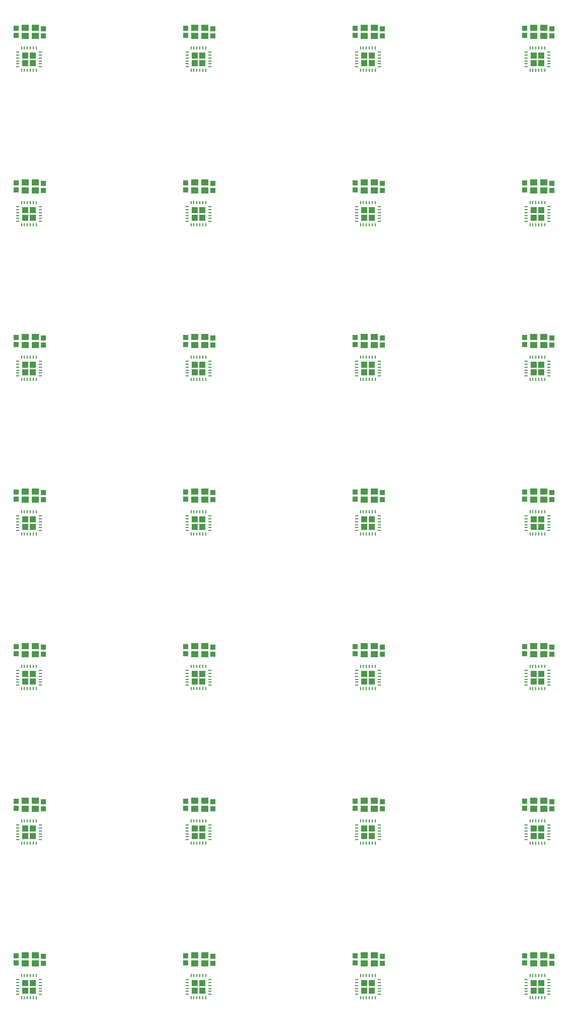
<source format=gtp>
G75*
%MOIN*%
%OFA0B0*%
%FSLAX25Y25*%
%IPPOS*%
%LPD*%
%AMOC8*
5,1,8,0,0,1.08239X$1,22.5*
%
%ADD10R,0.00984X0.02165*%
%ADD11R,0.02165X0.00984*%
%ADD12R,0.03937X0.03937*%
%ADD13R,0.04724X0.04331*%
%ADD14R,0.03543X0.03346*%
D10*
X0093421Y0078467D03*
X0095389Y0078467D03*
X0097358Y0078467D03*
X0099326Y0078467D03*
X0101295Y0078467D03*
X0103263Y0078467D03*
X0103263Y0093230D03*
X0101295Y0093230D03*
X0099326Y0093230D03*
X0097358Y0093230D03*
X0095389Y0093230D03*
X0093421Y0093230D03*
X0093421Y0180467D03*
X0095389Y0180467D03*
X0097358Y0180467D03*
X0099326Y0180467D03*
X0101295Y0180467D03*
X0103263Y0180467D03*
X0103263Y0195230D03*
X0101295Y0195230D03*
X0099326Y0195230D03*
X0097358Y0195230D03*
X0095389Y0195230D03*
X0093421Y0195230D03*
X0093421Y0282467D03*
X0095389Y0282467D03*
X0097358Y0282467D03*
X0099326Y0282467D03*
X0101295Y0282467D03*
X0103263Y0282467D03*
X0103263Y0297230D03*
X0101295Y0297230D03*
X0099326Y0297230D03*
X0097358Y0297230D03*
X0095389Y0297230D03*
X0093421Y0297230D03*
X0093421Y0384467D03*
X0095389Y0384467D03*
X0097358Y0384467D03*
X0099326Y0384467D03*
X0101295Y0384467D03*
X0103263Y0384467D03*
X0103263Y0399230D03*
X0101295Y0399230D03*
X0099326Y0399230D03*
X0097358Y0399230D03*
X0095389Y0399230D03*
X0093421Y0399230D03*
X0093421Y0486467D03*
X0095389Y0486467D03*
X0097358Y0486467D03*
X0099326Y0486467D03*
X0101295Y0486467D03*
X0103263Y0486467D03*
X0103263Y0501230D03*
X0101295Y0501230D03*
X0099326Y0501230D03*
X0097358Y0501230D03*
X0095389Y0501230D03*
X0093421Y0501230D03*
X0093421Y0588467D03*
X0095389Y0588467D03*
X0097358Y0588467D03*
X0099326Y0588467D03*
X0101295Y0588467D03*
X0103263Y0588467D03*
X0103263Y0603230D03*
X0101295Y0603230D03*
X0099326Y0603230D03*
X0097358Y0603230D03*
X0095389Y0603230D03*
X0093421Y0603230D03*
X0093421Y0690467D03*
X0095389Y0690467D03*
X0097358Y0690467D03*
X0099326Y0690467D03*
X0101295Y0690467D03*
X0103263Y0690467D03*
X0103263Y0705230D03*
X0101295Y0705230D03*
X0099326Y0705230D03*
X0097358Y0705230D03*
X0095389Y0705230D03*
X0093421Y0705230D03*
X0205421Y0705230D03*
X0207389Y0705230D03*
X0209358Y0705230D03*
X0211326Y0705230D03*
X0213295Y0705230D03*
X0215263Y0705230D03*
X0215263Y0690467D03*
X0213295Y0690467D03*
X0211326Y0690467D03*
X0209358Y0690467D03*
X0207389Y0690467D03*
X0205421Y0690467D03*
X0205421Y0603230D03*
X0207389Y0603230D03*
X0209358Y0603230D03*
X0211326Y0603230D03*
X0213295Y0603230D03*
X0215263Y0603230D03*
X0215263Y0588467D03*
X0213295Y0588467D03*
X0211326Y0588467D03*
X0209358Y0588467D03*
X0207389Y0588467D03*
X0205421Y0588467D03*
X0205421Y0501230D03*
X0207389Y0501230D03*
X0209358Y0501230D03*
X0211326Y0501230D03*
X0213295Y0501230D03*
X0215263Y0501230D03*
X0215263Y0486467D03*
X0213295Y0486467D03*
X0211326Y0486467D03*
X0209358Y0486467D03*
X0207389Y0486467D03*
X0205421Y0486467D03*
X0205421Y0399230D03*
X0207389Y0399230D03*
X0209358Y0399230D03*
X0211326Y0399230D03*
X0213295Y0399230D03*
X0215263Y0399230D03*
X0215263Y0384467D03*
X0213295Y0384467D03*
X0211326Y0384467D03*
X0209358Y0384467D03*
X0207389Y0384467D03*
X0205421Y0384467D03*
X0205421Y0297230D03*
X0207389Y0297230D03*
X0209358Y0297230D03*
X0211326Y0297230D03*
X0213295Y0297230D03*
X0215263Y0297230D03*
X0215263Y0282467D03*
X0213295Y0282467D03*
X0211326Y0282467D03*
X0209358Y0282467D03*
X0207389Y0282467D03*
X0205421Y0282467D03*
X0205421Y0195230D03*
X0207389Y0195230D03*
X0209358Y0195230D03*
X0211326Y0195230D03*
X0213295Y0195230D03*
X0215263Y0195230D03*
X0215263Y0180467D03*
X0213295Y0180467D03*
X0211326Y0180467D03*
X0209358Y0180467D03*
X0207389Y0180467D03*
X0205421Y0180467D03*
X0205421Y0093230D03*
X0207389Y0093230D03*
X0209358Y0093230D03*
X0211326Y0093230D03*
X0213295Y0093230D03*
X0215263Y0093230D03*
X0215263Y0078467D03*
X0213295Y0078467D03*
X0211326Y0078467D03*
X0209358Y0078467D03*
X0207389Y0078467D03*
X0205421Y0078467D03*
X0317421Y0078467D03*
X0319389Y0078467D03*
X0321358Y0078467D03*
X0323326Y0078467D03*
X0325295Y0078467D03*
X0327263Y0078467D03*
X0327263Y0093230D03*
X0325295Y0093230D03*
X0323326Y0093230D03*
X0321358Y0093230D03*
X0319389Y0093230D03*
X0317421Y0093230D03*
X0317421Y0180467D03*
X0319389Y0180467D03*
X0321358Y0180467D03*
X0323326Y0180467D03*
X0325295Y0180467D03*
X0327263Y0180467D03*
X0327263Y0195230D03*
X0325295Y0195230D03*
X0323326Y0195230D03*
X0321358Y0195230D03*
X0319389Y0195230D03*
X0317421Y0195230D03*
X0317421Y0282467D03*
X0319389Y0282467D03*
X0321358Y0282467D03*
X0323326Y0282467D03*
X0325295Y0282467D03*
X0327263Y0282467D03*
X0327263Y0297230D03*
X0325295Y0297230D03*
X0323326Y0297230D03*
X0321358Y0297230D03*
X0319389Y0297230D03*
X0317421Y0297230D03*
X0317421Y0384467D03*
X0319389Y0384467D03*
X0321358Y0384467D03*
X0323326Y0384467D03*
X0325295Y0384467D03*
X0327263Y0384467D03*
X0327263Y0399230D03*
X0325295Y0399230D03*
X0323326Y0399230D03*
X0321358Y0399230D03*
X0319389Y0399230D03*
X0317421Y0399230D03*
X0317421Y0486467D03*
X0319389Y0486467D03*
X0321358Y0486467D03*
X0323326Y0486467D03*
X0325295Y0486467D03*
X0327263Y0486467D03*
X0327263Y0501230D03*
X0325295Y0501230D03*
X0323326Y0501230D03*
X0321358Y0501230D03*
X0319389Y0501230D03*
X0317421Y0501230D03*
X0317421Y0588467D03*
X0319389Y0588467D03*
X0321358Y0588467D03*
X0323326Y0588467D03*
X0325295Y0588467D03*
X0327263Y0588467D03*
X0327263Y0603230D03*
X0325295Y0603230D03*
X0323326Y0603230D03*
X0321358Y0603230D03*
X0319389Y0603230D03*
X0317421Y0603230D03*
X0317421Y0690467D03*
X0319389Y0690467D03*
X0321358Y0690467D03*
X0323326Y0690467D03*
X0325295Y0690467D03*
X0327263Y0690467D03*
X0327263Y0705230D03*
X0325295Y0705230D03*
X0323326Y0705230D03*
X0321358Y0705230D03*
X0319389Y0705230D03*
X0317421Y0705230D03*
X0429421Y0705230D03*
X0431389Y0705230D03*
X0433358Y0705230D03*
X0435326Y0705230D03*
X0437295Y0705230D03*
X0439263Y0705230D03*
X0439263Y0690467D03*
X0437295Y0690467D03*
X0435326Y0690467D03*
X0433358Y0690467D03*
X0431389Y0690467D03*
X0429421Y0690467D03*
X0429421Y0603230D03*
X0431389Y0603230D03*
X0433358Y0603230D03*
X0435326Y0603230D03*
X0437295Y0603230D03*
X0439263Y0603230D03*
X0439263Y0588467D03*
X0437295Y0588467D03*
X0435326Y0588467D03*
X0433358Y0588467D03*
X0431389Y0588467D03*
X0429421Y0588467D03*
X0429421Y0501230D03*
X0431389Y0501230D03*
X0433358Y0501230D03*
X0435326Y0501230D03*
X0437295Y0501230D03*
X0439263Y0501230D03*
X0439263Y0486467D03*
X0437295Y0486467D03*
X0435326Y0486467D03*
X0433358Y0486467D03*
X0431389Y0486467D03*
X0429421Y0486467D03*
X0429421Y0399230D03*
X0431389Y0399230D03*
X0433358Y0399230D03*
X0435326Y0399230D03*
X0437295Y0399230D03*
X0439263Y0399230D03*
X0439263Y0384467D03*
X0437295Y0384467D03*
X0435326Y0384467D03*
X0433358Y0384467D03*
X0431389Y0384467D03*
X0429421Y0384467D03*
X0429421Y0297230D03*
X0431389Y0297230D03*
X0433358Y0297230D03*
X0435326Y0297230D03*
X0437295Y0297230D03*
X0439263Y0297230D03*
X0439263Y0282467D03*
X0437295Y0282467D03*
X0435326Y0282467D03*
X0433358Y0282467D03*
X0431389Y0282467D03*
X0429421Y0282467D03*
X0429421Y0195230D03*
X0431389Y0195230D03*
X0433358Y0195230D03*
X0435326Y0195230D03*
X0437295Y0195230D03*
X0439263Y0195230D03*
X0439263Y0180467D03*
X0437295Y0180467D03*
X0435326Y0180467D03*
X0433358Y0180467D03*
X0431389Y0180467D03*
X0429421Y0180467D03*
X0429421Y0093230D03*
X0431389Y0093230D03*
X0433358Y0093230D03*
X0435326Y0093230D03*
X0437295Y0093230D03*
X0439263Y0093230D03*
X0439263Y0078467D03*
X0437295Y0078467D03*
X0435326Y0078467D03*
X0433358Y0078467D03*
X0431389Y0078467D03*
X0429421Y0078467D03*
D11*
X0091058Y0080829D03*
X0091058Y0082797D03*
X0091058Y0084766D03*
X0091058Y0086734D03*
X0091058Y0088703D03*
X0091058Y0090671D03*
X0105822Y0090671D03*
X0105822Y0088703D03*
X0105822Y0086734D03*
X0105822Y0084766D03*
X0105822Y0082797D03*
X0105822Y0080829D03*
X0105822Y0182829D03*
X0105822Y0184797D03*
X0105822Y0186766D03*
X0105822Y0188734D03*
X0105822Y0190703D03*
X0105822Y0192671D03*
X0091058Y0192671D03*
X0091058Y0190703D03*
X0091058Y0188734D03*
X0091058Y0186766D03*
X0091058Y0184797D03*
X0091058Y0182829D03*
X0091058Y0284829D03*
X0091058Y0286797D03*
X0091058Y0288766D03*
X0091058Y0290734D03*
X0091058Y0292703D03*
X0091058Y0294671D03*
X0105822Y0294671D03*
X0105822Y0292703D03*
X0105822Y0290734D03*
X0105822Y0288766D03*
X0105822Y0286797D03*
X0105822Y0284829D03*
X0105822Y0386829D03*
X0105822Y0388797D03*
X0105822Y0390766D03*
X0105822Y0392734D03*
X0105822Y0394703D03*
X0105822Y0396671D03*
X0091058Y0396671D03*
X0091058Y0394703D03*
X0091058Y0392734D03*
X0091058Y0390766D03*
X0091058Y0388797D03*
X0091058Y0386829D03*
X0091058Y0488829D03*
X0091058Y0490797D03*
X0091058Y0492766D03*
X0091058Y0494734D03*
X0091058Y0496703D03*
X0091058Y0498671D03*
X0105822Y0498671D03*
X0105822Y0496703D03*
X0105822Y0494734D03*
X0105822Y0492766D03*
X0105822Y0490797D03*
X0105822Y0488829D03*
X0105822Y0590829D03*
X0105822Y0592797D03*
X0105822Y0594766D03*
X0105822Y0596734D03*
X0105822Y0598703D03*
X0105822Y0600671D03*
X0091058Y0600671D03*
X0091058Y0598703D03*
X0091058Y0596734D03*
X0091058Y0594766D03*
X0091058Y0592797D03*
X0091058Y0590829D03*
X0091058Y0692829D03*
X0091058Y0694797D03*
X0091058Y0696766D03*
X0091058Y0698734D03*
X0091058Y0700703D03*
X0091058Y0702671D03*
X0105822Y0702671D03*
X0105822Y0700703D03*
X0105822Y0698734D03*
X0105822Y0696766D03*
X0105822Y0694797D03*
X0105822Y0692829D03*
X0203058Y0692829D03*
X0203058Y0694797D03*
X0203058Y0696766D03*
X0203058Y0698734D03*
X0203058Y0700703D03*
X0203058Y0702671D03*
X0217822Y0702671D03*
X0217822Y0700703D03*
X0217822Y0698734D03*
X0217822Y0696766D03*
X0217822Y0694797D03*
X0217822Y0692829D03*
X0217822Y0600671D03*
X0217822Y0598703D03*
X0217822Y0596734D03*
X0217822Y0594766D03*
X0217822Y0592797D03*
X0217822Y0590829D03*
X0203058Y0590829D03*
X0203058Y0592797D03*
X0203058Y0594766D03*
X0203058Y0596734D03*
X0203058Y0598703D03*
X0203058Y0600671D03*
X0203058Y0498671D03*
X0203058Y0496703D03*
X0203058Y0494734D03*
X0203058Y0492766D03*
X0203058Y0490797D03*
X0203058Y0488829D03*
X0217822Y0488829D03*
X0217822Y0490797D03*
X0217822Y0492766D03*
X0217822Y0494734D03*
X0217822Y0496703D03*
X0217822Y0498671D03*
X0217822Y0396671D03*
X0217822Y0394703D03*
X0217822Y0392734D03*
X0217822Y0390766D03*
X0217822Y0388797D03*
X0217822Y0386829D03*
X0203058Y0386829D03*
X0203058Y0388797D03*
X0203058Y0390766D03*
X0203058Y0392734D03*
X0203058Y0394703D03*
X0203058Y0396671D03*
X0203058Y0294671D03*
X0203058Y0292703D03*
X0203058Y0290734D03*
X0203058Y0288766D03*
X0203058Y0286797D03*
X0203058Y0284829D03*
X0217822Y0284829D03*
X0217822Y0286797D03*
X0217822Y0288766D03*
X0217822Y0290734D03*
X0217822Y0292703D03*
X0217822Y0294671D03*
X0217822Y0192671D03*
X0217822Y0190703D03*
X0217822Y0188734D03*
X0217822Y0186766D03*
X0217822Y0184797D03*
X0217822Y0182829D03*
X0203058Y0182829D03*
X0203058Y0184797D03*
X0203058Y0186766D03*
X0203058Y0188734D03*
X0203058Y0190703D03*
X0203058Y0192671D03*
X0203058Y0090671D03*
X0203058Y0088703D03*
X0203058Y0086734D03*
X0203058Y0084766D03*
X0203058Y0082797D03*
X0203058Y0080829D03*
X0217822Y0080829D03*
X0217822Y0082797D03*
X0217822Y0084766D03*
X0217822Y0086734D03*
X0217822Y0088703D03*
X0217822Y0090671D03*
X0315058Y0090671D03*
X0315058Y0088703D03*
X0315058Y0086734D03*
X0315058Y0084766D03*
X0315058Y0082797D03*
X0315058Y0080829D03*
X0329822Y0080829D03*
X0329822Y0082797D03*
X0329822Y0084766D03*
X0329822Y0086734D03*
X0329822Y0088703D03*
X0329822Y0090671D03*
X0329822Y0182829D03*
X0329822Y0184797D03*
X0329822Y0186766D03*
X0329822Y0188734D03*
X0329822Y0190703D03*
X0329822Y0192671D03*
X0315058Y0192671D03*
X0315058Y0190703D03*
X0315058Y0188734D03*
X0315058Y0186766D03*
X0315058Y0184797D03*
X0315058Y0182829D03*
X0315058Y0284829D03*
X0315058Y0286797D03*
X0315058Y0288766D03*
X0315058Y0290734D03*
X0315058Y0292703D03*
X0315058Y0294671D03*
X0329822Y0294671D03*
X0329822Y0292703D03*
X0329822Y0290734D03*
X0329822Y0288766D03*
X0329822Y0286797D03*
X0329822Y0284829D03*
X0329822Y0386829D03*
X0329822Y0388797D03*
X0329822Y0390766D03*
X0329822Y0392734D03*
X0329822Y0394703D03*
X0329822Y0396671D03*
X0315058Y0396671D03*
X0315058Y0394703D03*
X0315058Y0392734D03*
X0315058Y0390766D03*
X0315058Y0388797D03*
X0315058Y0386829D03*
X0315058Y0488829D03*
X0315058Y0490797D03*
X0315058Y0492766D03*
X0315058Y0494734D03*
X0315058Y0496703D03*
X0315058Y0498671D03*
X0329822Y0498671D03*
X0329822Y0496703D03*
X0329822Y0494734D03*
X0329822Y0492766D03*
X0329822Y0490797D03*
X0329822Y0488829D03*
X0329822Y0590829D03*
X0329822Y0592797D03*
X0329822Y0594766D03*
X0329822Y0596734D03*
X0329822Y0598703D03*
X0329822Y0600671D03*
X0315058Y0600671D03*
X0315058Y0598703D03*
X0315058Y0596734D03*
X0315058Y0594766D03*
X0315058Y0592797D03*
X0315058Y0590829D03*
X0315058Y0692829D03*
X0315058Y0694797D03*
X0315058Y0696766D03*
X0315058Y0698734D03*
X0315058Y0700703D03*
X0315058Y0702671D03*
X0329822Y0702671D03*
X0329822Y0700703D03*
X0329822Y0698734D03*
X0329822Y0696766D03*
X0329822Y0694797D03*
X0329822Y0692829D03*
X0427058Y0692829D03*
X0427058Y0694797D03*
X0427058Y0696766D03*
X0427058Y0698734D03*
X0427058Y0700703D03*
X0427058Y0702671D03*
X0441822Y0702671D03*
X0441822Y0700703D03*
X0441822Y0698734D03*
X0441822Y0696766D03*
X0441822Y0694797D03*
X0441822Y0692829D03*
X0441822Y0600671D03*
X0441822Y0598703D03*
X0441822Y0596734D03*
X0441822Y0594766D03*
X0441822Y0592797D03*
X0441822Y0590829D03*
X0427058Y0590829D03*
X0427058Y0592797D03*
X0427058Y0594766D03*
X0427058Y0596734D03*
X0427058Y0598703D03*
X0427058Y0600671D03*
X0427058Y0498671D03*
X0427058Y0496703D03*
X0427058Y0494734D03*
X0427058Y0492766D03*
X0427058Y0490797D03*
X0427058Y0488829D03*
X0441822Y0488829D03*
X0441822Y0490797D03*
X0441822Y0492766D03*
X0441822Y0494734D03*
X0441822Y0496703D03*
X0441822Y0498671D03*
X0441822Y0396671D03*
X0441822Y0394703D03*
X0441822Y0392734D03*
X0441822Y0390766D03*
X0441822Y0388797D03*
X0441822Y0386829D03*
X0427058Y0386829D03*
X0427058Y0388797D03*
X0427058Y0390766D03*
X0427058Y0392734D03*
X0427058Y0394703D03*
X0427058Y0396671D03*
X0427058Y0294671D03*
X0427058Y0292703D03*
X0427058Y0290734D03*
X0427058Y0288766D03*
X0427058Y0286797D03*
X0427058Y0284829D03*
X0441822Y0284829D03*
X0441822Y0286797D03*
X0441822Y0288766D03*
X0441822Y0290734D03*
X0441822Y0292703D03*
X0441822Y0294671D03*
X0441822Y0192671D03*
X0441822Y0190703D03*
X0441822Y0188734D03*
X0441822Y0186766D03*
X0441822Y0184797D03*
X0441822Y0182829D03*
X0427058Y0182829D03*
X0427058Y0184797D03*
X0427058Y0186766D03*
X0427058Y0188734D03*
X0427058Y0190703D03*
X0427058Y0192671D03*
X0427058Y0090671D03*
X0427058Y0088703D03*
X0427058Y0086734D03*
X0427058Y0084766D03*
X0427058Y0082797D03*
X0427058Y0080829D03*
X0441822Y0080829D03*
X0441822Y0082797D03*
X0441822Y0084766D03*
X0441822Y0086734D03*
X0441822Y0088703D03*
X0441822Y0090671D03*
D12*
X0436901Y0088309D03*
X0436901Y0083191D03*
X0431783Y0083191D03*
X0431783Y0088309D03*
X0431783Y0185191D03*
X0436901Y0185191D03*
X0436901Y0190309D03*
X0431783Y0190309D03*
X0431783Y0287191D03*
X0436901Y0287191D03*
X0436901Y0292309D03*
X0431783Y0292309D03*
X0431783Y0389191D03*
X0436901Y0389191D03*
X0436901Y0394309D03*
X0431783Y0394309D03*
X0431783Y0491191D03*
X0436901Y0491191D03*
X0436901Y0496309D03*
X0431783Y0496309D03*
X0431783Y0593191D03*
X0436901Y0593191D03*
X0436901Y0598309D03*
X0431783Y0598309D03*
X0431783Y0695191D03*
X0436901Y0695191D03*
X0436901Y0700309D03*
X0431783Y0700309D03*
X0324901Y0700309D03*
X0324901Y0695191D03*
X0319783Y0695191D03*
X0319783Y0700309D03*
X0319783Y0598309D03*
X0324901Y0598309D03*
X0324901Y0593191D03*
X0319783Y0593191D03*
X0319783Y0496309D03*
X0324901Y0496309D03*
X0324901Y0491191D03*
X0319783Y0491191D03*
X0319783Y0394309D03*
X0324901Y0394309D03*
X0324901Y0389191D03*
X0319783Y0389191D03*
X0319783Y0292309D03*
X0324901Y0292309D03*
X0324901Y0287191D03*
X0319783Y0287191D03*
X0319783Y0190309D03*
X0324901Y0190309D03*
X0324901Y0185191D03*
X0319783Y0185191D03*
X0319783Y0088309D03*
X0324901Y0088309D03*
X0324901Y0083191D03*
X0319783Y0083191D03*
X0212901Y0083191D03*
X0212901Y0088309D03*
X0207783Y0088309D03*
X0207783Y0083191D03*
X0207783Y0185191D03*
X0212901Y0185191D03*
X0212901Y0190309D03*
X0207783Y0190309D03*
X0207783Y0287191D03*
X0212901Y0287191D03*
X0212901Y0292309D03*
X0207783Y0292309D03*
X0207783Y0389191D03*
X0212901Y0389191D03*
X0212901Y0394309D03*
X0207783Y0394309D03*
X0207783Y0491191D03*
X0212901Y0491191D03*
X0212901Y0496309D03*
X0207783Y0496309D03*
X0207783Y0593191D03*
X0212901Y0593191D03*
X0212901Y0598309D03*
X0207783Y0598309D03*
X0207783Y0695191D03*
X0212901Y0695191D03*
X0212901Y0700309D03*
X0207783Y0700309D03*
X0100901Y0700309D03*
X0100901Y0695191D03*
X0095783Y0695191D03*
X0095783Y0700309D03*
X0095783Y0598309D03*
X0100901Y0598309D03*
X0100901Y0593191D03*
X0095783Y0593191D03*
X0095783Y0496309D03*
X0100901Y0496309D03*
X0100901Y0491191D03*
X0095783Y0491191D03*
X0095783Y0394309D03*
X0100901Y0394309D03*
X0100901Y0389191D03*
X0095783Y0389191D03*
X0095783Y0292309D03*
X0100901Y0292309D03*
X0100901Y0287191D03*
X0095783Y0287191D03*
X0095783Y0190309D03*
X0100901Y0190309D03*
X0100901Y0185191D03*
X0095783Y0185191D03*
X0095783Y0088309D03*
X0100901Y0088309D03*
X0100901Y0083191D03*
X0095783Y0083191D03*
D13*
X0095980Y0101255D03*
X0095980Y0106767D03*
X0102673Y0106767D03*
X0102673Y0101255D03*
X0102673Y0203255D03*
X0102673Y0208767D03*
X0095980Y0208767D03*
X0095980Y0203255D03*
X0095980Y0305255D03*
X0095980Y0310767D03*
X0102673Y0310767D03*
X0102673Y0305255D03*
X0102673Y0407255D03*
X0102673Y0412767D03*
X0095980Y0412767D03*
X0095980Y0407255D03*
X0095980Y0509255D03*
X0095980Y0514767D03*
X0102673Y0514767D03*
X0102673Y0509255D03*
X0102673Y0611255D03*
X0102673Y0616767D03*
X0095980Y0616767D03*
X0095980Y0611255D03*
X0095980Y0713255D03*
X0095980Y0718767D03*
X0102673Y0718767D03*
X0102673Y0713255D03*
X0207980Y0713255D03*
X0207980Y0718767D03*
X0214673Y0718767D03*
X0214673Y0713255D03*
X0214673Y0616767D03*
X0214673Y0611255D03*
X0207980Y0611255D03*
X0207980Y0616767D03*
X0207980Y0514767D03*
X0207980Y0509255D03*
X0214673Y0509255D03*
X0214673Y0514767D03*
X0214673Y0412767D03*
X0214673Y0407255D03*
X0207980Y0407255D03*
X0207980Y0412767D03*
X0207980Y0310767D03*
X0207980Y0305255D03*
X0214673Y0305255D03*
X0214673Y0310767D03*
X0214673Y0208767D03*
X0214673Y0203255D03*
X0207980Y0203255D03*
X0207980Y0208767D03*
X0207980Y0106767D03*
X0207980Y0101255D03*
X0214673Y0101255D03*
X0214673Y0106767D03*
X0319980Y0106767D03*
X0319980Y0101255D03*
X0326673Y0101255D03*
X0326673Y0106767D03*
X0326673Y0203255D03*
X0326673Y0208767D03*
X0319980Y0208767D03*
X0319980Y0203255D03*
X0319980Y0305255D03*
X0319980Y0310767D03*
X0326673Y0310767D03*
X0326673Y0305255D03*
X0326673Y0407255D03*
X0326673Y0412767D03*
X0319980Y0412767D03*
X0319980Y0407255D03*
X0319980Y0509255D03*
X0319980Y0514767D03*
X0326673Y0514767D03*
X0326673Y0509255D03*
X0326673Y0611255D03*
X0326673Y0616767D03*
X0319980Y0616767D03*
X0319980Y0611255D03*
X0319980Y0713255D03*
X0319980Y0718767D03*
X0326673Y0718767D03*
X0326673Y0713255D03*
X0431980Y0713255D03*
X0431980Y0718767D03*
X0438673Y0718767D03*
X0438673Y0713255D03*
X0438673Y0616767D03*
X0438673Y0611255D03*
X0431980Y0611255D03*
X0431980Y0616767D03*
X0431980Y0514767D03*
X0431980Y0509255D03*
X0438673Y0509255D03*
X0438673Y0514767D03*
X0438673Y0412767D03*
X0438673Y0407255D03*
X0431980Y0407255D03*
X0431980Y0412767D03*
X0431980Y0310767D03*
X0431980Y0305255D03*
X0438673Y0305255D03*
X0438673Y0310767D03*
X0438673Y0208767D03*
X0438673Y0203255D03*
X0431980Y0203255D03*
X0431980Y0208767D03*
X0431980Y0106767D03*
X0431980Y0101255D03*
X0438673Y0101255D03*
X0438673Y0106767D03*
D14*
X0444042Y0106017D03*
X0444042Y0101450D03*
X0425942Y0101583D03*
X0425942Y0106150D03*
X0425942Y0203583D03*
X0425942Y0208150D03*
X0444042Y0208017D03*
X0444042Y0203450D03*
X0444042Y0305450D03*
X0444042Y0310017D03*
X0425942Y0310150D03*
X0425942Y0305583D03*
X0425942Y0407583D03*
X0425942Y0412150D03*
X0444042Y0412017D03*
X0444042Y0407450D03*
X0444042Y0509450D03*
X0444042Y0514017D03*
X0425942Y0514150D03*
X0425942Y0509583D03*
X0425942Y0611583D03*
X0425942Y0616150D03*
X0444042Y0616017D03*
X0444042Y0611450D03*
X0444042Y0713450D03*
X0444042Y0718017D03*
X0425942Y0718150D03*
X0425942Y0713583D03*
X0332042Y0713450D03*
X0332042Y0718017D03*
X0313942Y0718150D03*
X0313942Y0713583D03*
X0313942Y0616150D03*
X0313942Y0611583D03*
X0332042Y0611450D03*
X0332042Y0616017D03*
X0332042Y0514017D03*
X0332042Y0509450D03*
X0313942Y0509583D03*
X0313942Y0514150D03*
X0313942Y0412150D03*
X0313942Y0407583D03*
X0332042Y0407450D03*
X0332042Y0412017D03*
X0332042Y0310017D03*
X0332042Y0305450D03*
X0313942Y0305583D03*
X0313942Y0310150D03*
X0313942Y0208150D03*
X0313942Y0203583D03*
X0332042Y0203450D03*
X0332042Y0208017D03*
X0332042Y0106017D03*
X0332042Y0101450D03*
X0313942Y0101583D03*
X0313942Y0106150D03*
X0220042Y0106017D03*
X0220042Y0101450D03*
X0201942Y0101583D03*
X0201942Y0106150D03*
X0201942Y0203583D03*
X0201942Y0208150D03*
X0220042Y0208017D03*
X0220042Y0203450D03*
X0220042Y0305450D03*
X0220042Y0310017D03*
X0201942Y0310150D03*
X0201942Y0305583D03*
X0201942Y0407583D03*
X0201942Y0412150D03*
X0220042Y0412017D03*
X0220042Y0407450D03*
X0220042Y0509450D03*
X0220042Y0514017D03*
X0201942Y0514150D03*
X0201942Y0509583D03*
X0201942Y0611583D03*
X0201942Y0616150D03*
X0220042Y0616017D03*
X0220042Y0611450D03*
X0220042Y0713450D03*
X0220042Y0718017D03*
X0201942Y0718150D03*
X0201942Y0713583D03*
X0108042Y0713450D03*
X0108042Y0718017D03*
X0089942Y0718150D03*
X0089942Y0713583D03*
X0089942Y0616150D03*
X0089942Y0611583D03*
X0108042Y0611450D03*
X0108042Y0616017D03*
X0108042Y0514017D03*
X0108042Y0509450D03*
X0089942Y0509583D03*
X0089942Y0514150D03*
X0089942Y0412150D03*
X0089942Y0407583D03*
X0108042Y0407450D03*
X0108042Y0412017D03*
X0108042Y0310017D03*
X0108042Y0305450D03*
X0089942Y0305583D03*
X0089942Y0310150D03*
X0089942Y0208150D03*
X0089942Y0203583D03*
X0108042Y0203450D03*
X0108042Y0208017D03*
X0108042Y0106017D03*
X0108042Y0101450D03*
X0089942Y0101583D03*
X0089942Y0106150D03*
M02*

</source>
